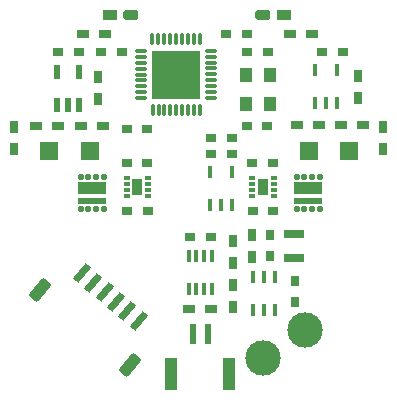
<source format=gtp>
G04*
G04 #@! TF.GenerationSoftware,Altium Limited,Altium Designer,20.0.13 (296)*
G04*
G04 Layer_Color=8421504*
%FSLAX44Y44*%
%MOMM*%
G71*
G01*
G75*
G04:AMPARAMS|DCode=21|XSize=0.6mm|YSize=1.7mm|CornerRadius=0mm|HoleSize=0mm|Usage=FLASHONLY|Rotation=140.000|XOffset=0mm|YOffset=0mm|HoleType=Round|Shape=Rectangle|*
%AMROTATEDRECTD21*
4,1,4,0.7762,0.4583,-0.3166,-0.8440,-0.7762,-0.4583,0.3166,0.8440,0.7762,0.4583,0.0*
%
%ADD21ROTATEDRECTD21*%

G04:AMPARAMS|DCode=22|XSize=1mm|YSize=2mm|CornerRadius=0.25mm|HoleSize=0mm|Usage=FLASHONLY|Rotation=320.000|XOffset=0mm|YOffset=0mm|HoleType=Round|Shape=RoundedRectangle|*
%AMROUNDEDRECTD22*
21,1,1.0000,1.5000,0,0,320.0*
21,1,0.5000,2.0000,0,0,320.0*
1,1,0.5000,-0.2906,-0.7352*
1,1,0.5000,-0.6736,-0.4138*
1,1,0.5000,0.2906,0.7352*
1,1,0.5000,0.6736,0.4138*
%
%ADD22ROUNDEDRECTD22*%
%ADD23R,0.6000X1.7000*%
%ADD24R,1.0000X2.8000*%
%ADD25C,3.0000*%
%ADD26R,1.0160X0.8000*%
%ADD27R,0.8000X1.0160*%
%ADD28R,0.4500X1.0000*%
%ADD29R,0.7620X0.8890*%
%ADD30R,0.3250X1.0000*%
%ADD31R,0.8890X0.7620*%
%ADD32R,1.8000X0.8000*%
G04:AMPARAMS|DCode=33|XSize=2.45mm|YSize=0.565mm|CornerRadius=0.0424mm|HoleSize=0mm|Usage=FLASHONLY|Rotation=180.000|XOffset=0mm|YOffset=0mm|HoleType=Round|Shape=RoundedRectangle|*
%AMROUNDEDRECTD33*
21,1,2.4500,0.4803,0,0,180.0*
21,1,2.3653,0.5650,0,0,180.0*
1,1,0.0848,-1.1826,0.2401*
1,1,0.0848,1.1826,0.2401*
1,1,0.0848,1.1826,-0.2401*
1,1,0.0848,-1.1826,-0.2401*
%
%ADD33ROUNDEDRECTD33*%
G04:AMPARAMS|DCode=34|XSize=2.45mm|YSize=1mm|CornerRadius=0.075mm|HoleSize=0mm|Usage=FLASHONLY|Rotation=180.000|XOffset=0mm|YOffset=0mm|HoleType=Round|Shape=RoundedRectangle|*
%AMROUNDEDRECTD34*
21,1,2.4500,0.8500,0,0,180.0*
21,1,2.3000,1.0000,0,0,180.0*
1,1,0.1500,-1.1500,0.4250*
1,1,0.1500,1.1500,0.4250*
1,1,0.1500,1.1500,-0.4250*
1,1,0.1500,-1.1500,-0.4250*
%
%ADD34ROUNDEDRECTD34*%
G04:AMPARAMS|DCode=35|XSize=0.45mm|YSize=0.45mm|CornerRadius=0.0563mm|HoleSize=0mm|Usage=FLASHONLY|Rotation=180.000|XOffset=0mm|YOffset=0mm|HoleType=Round|Shape=RoundedRectangle|*
%AMROUNDEDRECTD35*
21,1,0.4500,0.3375,0,0,180.0*
21,1,0.3375,0.4500,0,0,180.0*
1,1,0.1125,-0.1688,0.1688*
1,1,0.1125,0.1688,0.1688*
1,1,0.1125,0.1688,-0.1688*
1,1,0.1125,-0.1688,-0.1688*
%
%ADD35ROUNDEDRECTD35*%
G04:AMPARAMS|DCode=36|XSize=0.3mm|YSize=0.5mm|CornerRadius=0.0375mm|HoleSize=0mm|Usage=FLASHONLY|Rotation=90.000|XOffset=0mm|YOffset=0mm|HoleType=Round|Shape=RoundedRectangle|*
%AMROUNDEDRECTD36*
21,1,0.3000,0.4250,0,0,90.0*
21,1,0.2250,0.5000,0,0,90.0*
1,1,0.0750,0.2125,0.1125*
1,1,0.0750,0.2125,-0.1125*
1,1,0.0750,-0.2125,-0.1125*
1,1,0.0750,-0.2125,0.1125*
%
%ADD36ROUNDEDRECTD36*%
G04:AMPARAMS|DCode=37|XSize=1.3mm|YSize=0.9mm|CornerRadius=0.0675mm|HoleSize=0mm|Usage=FLASHONLY|Rotation=90.000|XOffset=0mm|YOffset=0mm|HoleType=Round|Shape=RoundedRectangle|*
%AMROUNDEDRECTD37*
21,1,1.3000,0.7650,0,0,90.0*
21,1,1.1650,0.9000,0,0,90.0*
1,1,0.1350,0.3825,0.5825*
1,1,0.1350,0.3825,-0.5825*
1,1,0.1350,-0.3825,-0.5825*
1,1,0.1350,-0.3825,0.5825*
%
%ADD37ROUNDEDRECTD37*%
%ADD38R,1.5240X1.6000*%
%ADD39R,1.1000X1.3000*%
%ADD40R,0.5000X1.2000*%
G04:AMPARAMS|DCode=41|XSize=1.27mm|YSize=0.889mm|CornerRadius=0mm|HoleSize=0mm|Usage=FLASHONLY|Rotation=180.000|XOffset=0mm|YOffset=0mm|HoleType=Round|Shape=Octagon|*
%AMOCTAGOND41*
4,1,8,-0.6350,0.2223,-0.6350,-0.2223,-0.4128,-0.4445,0.4128,-0.4445,0.6350,-0.2223,0.6350,0.2223,0.4128,0.4445,-0.4128,0.4445,-0.6350,0.2223,0.0*
%
%ADD41OCTAGOND41*%

%ADD42R,1.2700X0.8890*%
%ADD43R,4.1000X4.1000*%
%ADD44O,0.2800X1.1000*%
%ADD45O,1.1000X0.2800*%
D21*
X964166Y446480D02*
D03*
X973742Y438445D02*
D03*
X983318Y430410D02*
D03*
X992893Y422375D02*
D03*
X1012044Y406306D02*
D03*
X1002469Y414341D02*
D03*
D22*
X928461Y432709D02*
D03*
X1004683Y368752D02*
D03*
D23*
X1070510Y394739D02*
D03*
X1058010D02*
D03*
D24*
X1089010Y361239D02*
D03*
X1039510D02*
D03*
D25*
X1117600Y374650D02*
D03*
X1153160Y398780D02*
D03*
D26*
X1054989Y416560D02*
D03*
X1073531D02*
D03*
X1201801Y571881D02*
D03*
X1183259D02*
D03*
X1146429D02*
D03*
X1164971D02*
D03*
X1158621Y648970D02*
D03*
X1140079D02*
D03*
X982091Y571500D02*
D03*
X963549D02*
D03*
X925449D02*
D03*
X943991D02*
D03*
X964819Y648970D02*
D03*
X983361D02*
D03*
D27*
X1091692Y417830D02*
D03*
Y436372D02*
D03*
X1107948Y460121D02*
D03*
Y478663D02*
D03*
X1091692Y455295D02*
D03*
Y473837D02*
D03*
X1219200Y570611D02*
D03*
Y552069D02*
D03*
X1197610Y613791D02*
D03*
Y595249D02*
D03*
X906780Y570611D02*
D03*
Y552069D02*
D03*
X977900Y612521D02*
D03*
Y593979D02*
D03*
D28*
X1127862Y414956D02*
D03*
X1118362D02*
D03*
X1108862D02*
D03*
Y442896D02*
D03*
X1118362D02*
D03*
X1127862D02*
D03*
X1091540Y504160D02*
D03*
X1072540D02*
D03*
X1082040D02*
D03*
X1072540Y532160D02*
D03*
X1091540D02*
D03*
X1180440Y590520D02*
D03*
X1161440D02*
D03*
X1170940D02*
D03*
X1161440Y618520D02*
D03*
X1180440D02*
D03*
D29*
X1144270Y439928D02*
D03*
Y422402D02*
D03*
X1123696Y461010D02*
D03*
Y478536D02*
D03*
D30*
X1061010Y433070D02*
D03*
X1054510D02*
D03*
Y461010D02*
D03*
X1061010D02*
D03*
X1067510D02*
D03*
X1074010D02*
D03*
X1067510Y433070D02*
D03*
X1074010D02*
D03*
D31*
X1055624Y477520D02*
D03*
X1073150D02*
D03*
X1108750Y499126D02*
D03*
X1126276D02*
D03*
X1126022Y539766D02*
D03*
X1108496D02*
D03*
X1073404Y547370D02*
D03*
X1090930D02*
D03*
X1073404Y561340D02*
D03*
X1090930D02*
D03*
X1121156Y571500D02*
D03*
X1103630D02*
D03*
X1167384Y633730D02*
D03*
X1184910D02*
D03*
X1103884D02*
D03*
X1121410D02*
D03*
X1103630Y648954D02*
D03*
X1086104D02*
D03*
X1002284Y499110D02*
D03*
X1019810D02*
D03*
X1019556Y539766D02*
D03*
X1002030D02*
D03*
Y568960D02*
D03*
X1019556D02*
D03*
X943864Y633730D02*
D03*
X961390D02*
D03*
X997966D02*
D03*
X980440D02*
D03*
D32*
X1144016Y459298D02*
D03*
Y479298D02*
D03*
D33*
X1155602Y507816D02*
D03*
X972820Y507850D02*
D03*
D34*
X1155602Y518716D02*
D03*
X972820Y518750D02*
D03*
D35*
X1145852Y528066D02*
D03*
X1152352D02*
D03*
X1158852D02*
D03*
X1165352D02*
D03*
Y500566D02*
D03*
X1158852D02*
D03*
X1152352D02*
D03*
X1145852D02*
D03*
X963070Y528100D02*
D03*
X969570D02*
D03*
X976070D02*
D03*
X982570D02*
D03*
Y500600D02*
D03*
X976070D02*
D03*
X969570D02*
D03*
X963070D02*
D03*
D36*
X1108386Y526946D02*
D03*
Y521946D02*
D03*
Y516946D02*
D03*
Y511946D02*
D03*
X1126386D02*
D03*
Y516946D02*
D03*
Y521946D02*
D03*
Y526946D02*
D03*
X1019920Y511930D02*
D03*
Y516930D02*
D03*
Y521930D02*
D03*
Y526930D02*
D03*
X1001920D02*
D03*
Y521930D02*
D03*
Y516930D02*
D03*
Y511930D02*
D03*
D37*
X1117386Y519446D02*
D03*
X1010920Y519430D02*
D03*
D38*
X1190625Y549910D02*
D03*
X1156335D02*
D03*
X936625D02*
D03*
X970915D02*
D03*
D39*
X1103122Y614426D02*
D03*
X1123188D02*
D03*
X1103122Y589788D02*
D03*
X1123188D02*
D03*
D40*
X962000Y617250D02*
D03*
X943000D02*
D03*
X952500Y589250D02*
D03*
X943000D02*
D03*
X962000D02*
D03*
D41*
X1117599Y665415D02*
D03*
X1005841D02*
D03*
D42*
X1135379D02*
D03*
X988061D02*
D03*
D43*
X1043940Y614680D02*
D03*
D44*
X1063955Y644398D02*
D03*
X1058977D02*
D03*
X1053973D02*
D03*
X1048969D02*
D03*
X1043965D02*
D03*
X1038962D02*
D03*
X1033958D02*
D03*
X1028954D02*
D03*
X1023874D02*
D03*
X1024026Y584962D02*
D03*
X1029005D02*
D03*
X1034009D02*
D03*
X1039012D02*
D03*
X1044016D02*
D03*
X1049020D02*
D03*
X1054024D02*
D03*
X1059028D02*
D03*
X1064006D02*
D03*
D45*
X1014222Y594766D02*
D03*
Y599745D02*
D03*
Y604749D02*
D03*
Y609752D02*
D03*
Y614756D02*
D03*
Y619760D02*
D03*
Y624764D02*
D03*
Y629768D02*
D03*
Y634746D02*
D03*
X1073658Y634848D02*
D03*
Y629869D02*
D03*
Y624865D02*
D03*
Y619862D02*
D03*
Y614858D02*
D03*
Y609854D02*
D03*
Y604850D02*
D03*
Y599846D02*
D03*
Y594868D02*
D03*
M02*

</source>
